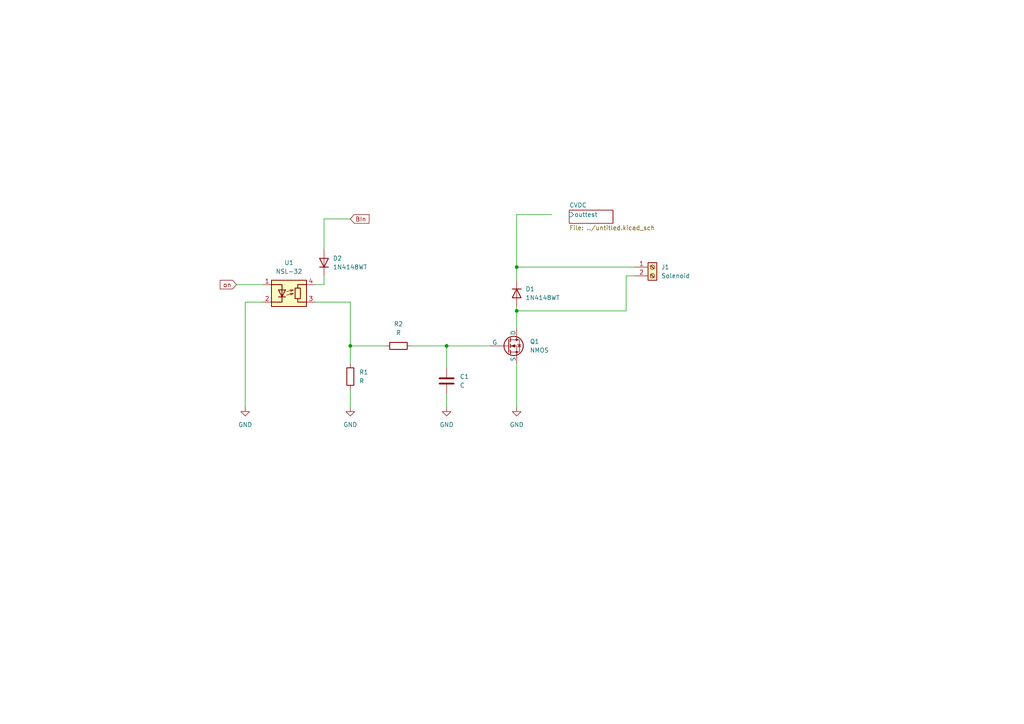
<source format=kicad_sch>
(kicad_sch (version 20231120) (generator "eeschema") (generator_version "8.0")
  (paper "A4")
  (lib_symbols
    (symbol "Connector:Screw_Terminal_01x02" (pin_names (offset 1.016) hide)
      (property "Reference" "J" (at 0 2.54 0))
      (property "Value" "Screw_Terminal_01x02" (at 0 -5.08 0))
      (symbol "Screw_Terminal_01x02_1_1"
        (rectangle (start -1.27 1.27) (end 1.27 -3.81) (stroke (width 0.254)) (fill (type background)))
        (circle (center 0 -2.54) (radius 0.635) (stroke (width 0.1524)))
        (polyline (pts (xy -0.5334 -2.2098) (xy 0.3302 -3.048)) (stroke (width 0.1524)))
        (polyline (pts (xy -0.5334 0.3302) (xy 0.3302 -0.508)) (stroke (width 0.1524)))
        (polyline (pts (xy -0.3556 -2.032) (xy 0.508 -2.8702)) (stroke (width 0.1524)))
        (polyline (pts (xy -0.3556 0.508) (xy 0.508 -0.3302)) (stroke (width 0.1524)))
        (circle (center 0 0) (radius 0.635) (stroke (width 0.1524)))
        (pin passive line (at -5.08 0 0) (length 3.81) (name "Pin_1") (number "1"))
        (pin passive line (at -5.08 -2.54 0) (length 3.81) (name "Pin_2") (number "2"))
      )
    )
    (symbol "Device:C" (pin_numbers hide) (pin_names (offset 0.254))
      (property "Reference" "C" (at 0.635 2.54 0))
      (property "Value" "C" (at 0.635 -2.54 0))
      (symbol "C_0_1"
        (polyline (pts (xy -2.032 -0.762) (xy 2.032 -0.762)) (stroke (width 0.508)))
        (polyline (pts (xy -2.032 0.762) (xy 2.032 0.762)) (stroke (width 0.508)))
      )
      (symbol "C_1_1"
        (pin passive line (at 0 3.81 270) (length 2.794) (name "~") (number "1"))
        (pin passive line (at 0 -3.81 90) (length 2.794) (name "~") (number "2"))
      )
    )
    (symbol "Device:R" (pin_numbers hide) (pin_names (offset 0))
      (property "Reference" "R" (at 2.032 0 90))
      (property "Value" "R" (at 0 0 90))
      (symbol "R_0_1"
        (rectangle (start -1.016 -2.54) (end 1.016 2.54) (stroke (width 0.254)))
      )
      (symbol "R_1_1"
        (pin passive line (at 0 3.81 270) (length 1.27) (name "~") (number "1"))
        (pin passive line (at 0 -3.81 90) (length 1.27) (name "~") (number "2"))
      )
    )
    (symbol "Diode:1N4148WT" (pin_numbers hide) (pin_names hide)
      (property "Reference" "D" (at 0 2.54 0))
      (property "Value" "1N4148WT" (at 0 -2.54 0))
      (symbol "1N4148WT_0_1"
        (polyline (pts (xy -1.27 1.27) (xy -1.27 -1.27)) (stroke (width 0.254)))
        (polyline (pts (xy 1.27 0) (xy -1.27 0)))
        (polyline (pts (xy 1.27 1.27) (xy 1.27 -1.27) (xy -1.27 0) (xy 1.27 1.27)) (stroke (width 0.254)))
      )
      (symbol "1N4148WT_1_1"
        (pin passive line (at -3.81 0 0) (length 2.54) (name "K") (number "1"))
        (pin passive line (at 3.81 0 180) (length 2.54) (name "A") (number "2"))
      )
    )
    (symbol "Isolator:NSL-32" (pin_names (offset 0.762) hide)
      (property "Reference" "U" (at 0 5.08 0))
      (property "Value" "NSL-32" (at 0 -5.08 0))
      (symbol "NSL-32_0_1"
        (rectangle (start -5.08 3.81) (end 5.08 -3.81) (stroke (width 0.254)) (fill (type background)))
        (polyline (pts (xy -5.08 2.54) (xy -2.54 2.54)) (stroke (width 0.254)))
        (polyline (pts (xy -2.794 -2.54) (xy -5.08 -2.54)) (stroke (width 0.254)))
        (polyline (pts (xy -1.016 -1.016) (xy -3.048 -1.016) (xy -3.048 -1.016)) (stroke (width 0.254)))
        (polyline (pts (xy -0.762 -0.508) (xy 1.27 0) (xy 1.27 0)))
        (polyline (pts (xy -0.762 0.508) (xy 1.27 1.016) (xy 1.27 1.016)))
        (polyline (pts (xy 2.54 -1.524) (xy 2.54 -2.54) (xy 5.08 -2.54)) (stroke (width 0.254)))
        (polyline (pts (xy 2.54 1.524) (xy 2.54 2.54) (xy 5.08 2.54)) (stroke (width 0.254)))
        (polyline (pts (xy -2.794 -2.54) (xy -2.032 -2.54) (xy -2.032 2.54) (xy -2.794 2.54)) (stroke (width 0.254)))
        (polyline (pts (xy 0.254 0) (xy 1.27 0) (xy 0.508 -0.508) (xy 0.508 -0.508)))
        (polyline (pts (xy 0.254 1.016) (xy 1.27 1.016) (xy 0.508 0.508) (xy 0.508 0.508)))
        (polyline (pts (xy -1.016 1.016) (xy -3.048 1.016) (xy -2.032 -1.016) (xy -1.016 1.016) (xy -1.016 1.016) (xy -1.016 1.016)) (stroke (width 0.254)))
        (rectangle (start 1.778 1.524) (end 3.302 -1.524) (stroke (width 0.254)))
      )
      (symbol "NSL-32_1_1"
        (pin passive line (at -7.62 2.54 0) (length 2.54) (name "A") (number "1"))
        (pin passive line (at -7.62 -2.54 0) (length 2.54) (name "K") (number "2"))
        (pin passive line (at 7.62 -2.54 180) (length 2.54) (name "R") (number "3"))
        (pin passive line (at 7.62 2.54 180) (length 2.54) (name "R") (number "4"))
      )
    )
    (symbol "Simulation_SPICE:NMOS" (pin_numbers hide) (pin_names (offset 0))
      (property "Reference" "Q" (at 5.08 1.27 0))
      (property "Value" "NMOS" (at 5.08 -1.27 0))
      (symbol "NMOS_0_1"
        (polyline (pts (xy 0.254 0) (xy -2.54 0)))
        (polyline (pts (xy 0.254 1.905) (xy 0.254 -1.905)) (stroke (width 0.254)))
        (polyline (pts (xy 0.762 -1.27) (xy 0.762 -2.286)) (stroke (width 0.254)))
        (polyline (pts (xy 0.762 0.508) (xy 0.762 -0.508)) (stroke (width 0.254)))
        (polyline (pts (xy 0.762 2.286) (xy 0.762 1.27)) (stroke (width 0.254)))
        (polyline (pts (xy 2.54 2.54) (xy 2.54 1.778)))
        (polyline (pts (xy 2.54 -2.54) (xy 2.54 0) (xy 0.762 0)))
        (polyline (pts (xy 0.762 -1.778) (xy 3.302 -1.778) (xy 3.302 1.778) (xy 0.762 1.778)))
        (polyline (pts (xy 1.016 0) (xy 2.032 0.381) (xy 2.032 -0.381) (xy 1.016 0)) (fill (type outline)))
        (polyline (pts (xy 2.794 0.508) (xy 2.921 0.381) (xy 3.683 0.381) (xy 3.81 0.254)))
        (polyline (pts (xy 3.302 0.381) (xy 2.921 -0.254) (xy 3.683 -0.254) (xy 3.302 0.381)))
        (circle (center 1.651 0) (radius 2.794) (stroke (width 0.254)))
        (circle (center 2.54 -1.778) (radius 0.254) (fill (type outline)))
        (circle (center 2.54 1.778) (radius 0.254) (fill (type outline)))
      )
      (symbol "NMOS_1_1"
        (pin passive line (at 2.54 5.08 270) (length 2.54) (name "D") (number "1"))
        (pin input line (at -5.08 0 0) (length 2.54) (name "G") (number "2"))
        (pin passive line (at 2.54 -5.08 90) (length 2.54) (name "S") (number "3"))
      )
    )
    (symbol "power:GND" (power) (pin_numbers hide) (pin_names (offset 0) hide)
      (property "Value" "GND" (at 0 -3.81 0))
      (symbol "GND_0_1"
        (polyline (pts (xy 0 0) (xy 0 -1.27) (xy 1.27 -1.27) (xy 0 -2.54) (xy -1.27 -1.27) (xy 0 -1.27)))
      )
      (symbol "GND_1_1"
        (pin power_in line (at 0 0 270) (length 0) (name "~") (number "1"))
      )
    )
  )
  (junction (at 101.6 100.33))
  (junction (at 149.86 90.17))
  (junction (at 129.54 100.33))
  (junction (at 149.86 77.47))
  (wire (pts (xy 101.6 87.63) (xy 101.6 100.33)))
  (wire (pts (xy 101.6 100.33) (xy 101.6 105.41)))
  (wire (pts (xy 149.86 90.17) (xy 149.86 95.25)))
  (wire (pts (xy 149.86 88.9) (xy 149.86 90.17)))
  (wire (pts (xy 91.44 87.63) (xy 101.6 87.63)))
  (wire (pts (xy 149.86 77.47) (xy 149.86 81.28)))
  (wire (pts (xy 129.54 100.33) (xy 129.54 106.68)))
  (wire (pts (xy 93.98 63.5) (xy 93.98 72.39)))
  (wire (pts (xy 93.98 82.55) (xy 91.44 82.55)))
  (wire (pts (xy 149.86 77.47) (xy 184.15 77.47)))
  (wire (pts (xy 181.61 80.01) (xy 181.61 90.17)))
  (wire (pts (xy 184.15 80.01) (xy 181.61 80.01)))
  (wire (pts (xy 68.58 82.55) (xy 76.2 82.55)))
  (wire (pts (xy 160.02 62.23) (xy 149.86 62.23)))
  (wire (pts (xy 149.86 62.23) (xy 149.86 77.47)))
  (wire (pts (xy 101.6 63.5) (xy 93.98 63.5)))
  (wire (pts (xy 71.12 87.63) (xy 71.12 118.11)))
  (wire (pts (xy 101.6 113.03) (xy 101.6 118.11)))
  (wire (pts (xy 111.76 100.33) (xy 101.6 100.33)))
  (wire (pts (xy 93.98 80.01) (xy 93.98 82.55)))
  (wire (pts (xy 129.54 100.33) (xy 119.38 100.33)))
  (wire (pts (xy 129.54 114.3) (xy 129.54 118.11)))
  (wire (pts (xy 149.86 105.41) (xy 149.86 118.11)))
  (wire (pts (xy 142.24 100.33) (xy 129.54 100.33)))
  (wire (pts (xy 71.12 87.63) (xy 76.2 87.63)))
  (wire (pts (xy 149.86 90.17) (xy 181.61 90.17)))
  (global_label "on" (shape input) (at 68.58 82.55 180) (property "Intersheetrefs" "${INTERSHEET_REFS}" (effects (hide yes))))
  (global_label "BIn" (shape input) (at 101.6 63.5 0) (property "Intersheetrefs" "${INTERSHEET_REFS}" (effects (hide yes))))
  (symbol (lib_id "Device:C") (at 129.54 110.49 0) (unit 1)
    (property "Reference" "C1" (at 133.35 109.2199 0) (effects (justify left)))
    (property "Value" "C" (at 133.35 111.7599 0) (effects (justify left)))
    (property "Description" "Unpolarized capacitor" (effects (hide yes)))
  )
  (symbol (lib_id "Simulation_SPICE:NMOS") (at 147.32 100.33 0) (unit 1)
    (property "Reference" "Q1" (at 153.67 99.0599 0) (effects (justify left)))
    (property "Value" "NMOS" (at 153.67 101.5999 0) (effects (justify left)))
    (property "Datasheet" "https://ngspice.sourceforge.io/docs/ngspice-html-manual/manual.xhtml#cha_MOSFETs" (effects (hide yes)))
    (property "Description" "N-MOSFET transistor, drain/source/gate" (effects (hide yes)))
    (property "Sim.Device" "NMOS" (effects (hide yes)))
    (property "Sim.Type" "VDMOS" (effects (hide yes)))
    (property "Sim.Pins" "1=D 2=G 3=S" (effects (hide yes)))
  )
  (symbol (lib_id "Isolator:NSL-32") (at 83.82 85.09 0) (unit 1)
    (property "Reference" "U1" (at 83.82 76.2 0))
    (property "Value" "NSL-32" (at 83.82 78.74 0))
    (property "Footprint" "OptoDevice:Luna_NSL-32" (effects (hide yes)))
    (property "Datasheet" "http://lunainc.com/wp-content/uploads/2016/06/NSL-32.pdf" (effects (hide yes)))
    (property "Description" "Optocoupler, LED Input, Photocell Output" (effects (hide yes)))
  )
  (symbol (lib_id "Diode:1N4148WT") (at 149.86 85.09 270) (unit 1)
    (property "Reference" "D1" (at 152.4 83.8199 90) (effects (justify left)))
    (property "Value" "1N4148WT" (at 152.4 86.3599 90) (effects (justify left)))
    (property "Footprint" "Diode_SMD:D_SOD-523" (effects (hide yes)))
    (property "Datasheet" "https://www.diodes.com/assets/Datasheets/ds30396.pdf" (effects (hide yes)))
    (property "Description" "75V 0.15A Fast switching Diode, SOD-523" (effects (hide yes)))
    (property "Sim.Device" "D" (effects (hide yes)))
    (property "Sim.Pins" "1=K 2=A" (effects (hide yes)))
  )
  (symbol (lib_id "power:GND") (at 71.12 118.11 0) (unit 1)
    (property "Reference" "#PWR03" (effects (hide yes)))
    (property "Value" "GND" (at 71.12 123.19 0))
    (property "Description" "Power symbol creates a global label with name \"GND\" , ground" (effects (hide yes)))
  )
  (symbol (lib_id "power:GND") (at 101.6 118.11 0) (unit 1)
    (property "Reference" "#PWR01" (effects (hide yes)))
    (property "Value" "GND" (at 101.6 123.19 0))
    (property "Description" "Power symbol creates a global label with name \"GND\" , ground" (effects (hide yes)))
  )
  (symbol (lib_id "Diode:1N4148WT") (at 93.98 76.2 90) (unit 1)
    (property "Reference" "D2" (at 96.52 74.9299 90) (effects (justify right)))
    (property "Value" "1N4148WT" (at 96.52 77.4699 90) (effects (justify right)))
    (property "Footprint" "Diode_SMD:D_SOD-523" (effects (hide yes)))
    (property "Datasheet" "https://www.diodes.com/assets/Datasheets/ds30396.pdf" (effects (hide yes)))
    (property "Description" "75V 0.15A Fast switching Diode, SOD-523" (effects (hide yes)))
    (property "Sim.Device" "D" (effects (hide yes)))
    (property "Sim.Pins" "1=K 2=A" (effects (hide yes)))
  )
  (symbol (lib_id "power:GND") (at 129.54 118.11 0) (unit 1)
    (property "Reference" "#PWR02" (effects (hide yes)))
    (property "Value" "GND" (at 129.54 123.19 0))
    (property "Description" "Power symbol creates a global label with name \"GND\" , ground" (effects (hide yes)))
  )
  (symbol (lib_id "Connector:Screw_Terminal_01x02") (at 189.23 77.47 0) (unit 1)
    (property "Reference" "J1" (at 191.77 77.4699 0) (effects (justify left)))
    (property "Value" "Solenoid" (at 191.77 80.0099 0) (effects (justify left)))
    (property "Description" "Generic screw terminal, single row, 01x02, script generated (kicad-library-utils/schlib/autogen/connector/)" (effects (hide yes)))
  )
  (symbol (lib_id "Device:R") (at 115.57 100.33 90) (unit 1)
    (property "Reference" "R2" (at 115.57 93.98 90))
    (property "Value" "R" (at 115.57 96.52 90))
    (property "Description" "Resistor" (effects (hide yes)))
  )
  (symbol (lib_id "Device:R") (at 101.6 109.22 0) (unit 1)
    (property "Reference" "R1" (at 104.14 107.9499 0) (effects (justify left)))
    (property "Value" "R" (at 104.14 110.4899 0) (effects (justify left)))
    (property "Description" "Resistor" (effects (hide yes)))
  )
  (symbol (lib_id "power:GND") (at 149.86 118.11 0) (unit 1)
    (property "Reference" "#PWR04" (effects (hide yes)))
    (property "Value" "GND" (at 149.86 123.19 0))
    (property "Description" "Power symbol creates a global label with name \"GND\" , ground" (effects (hide yes)))
  )
  (sheet (at 165.1 60.96) (size 12.7 3.81) (stroke (width 0.1524))
    (property "Sheetname" "CVDC" (at 165.1 60.2484 0) (effects (justify left bottom)))
    (property "Sheetfile" "../untitled.kicad_sch" (at 165.1 65.3546 0) (effects (justify left top)))
    (pin "outtest" input (at 165.1 62.23 180))
  )
)
</source>
